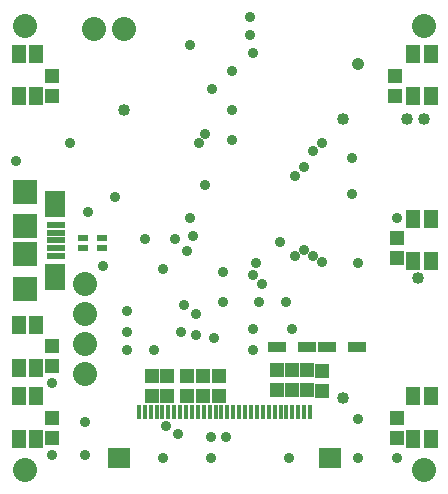
<source format=gbs>
G75*
%MOIN*%
%OFA0B0*%
%FSLAX25Y25*%
%IPPOS*%
%LPD*%
%AMOC8*
5,1,8,0,0,1.08239X$1,22.5*
%
%ADD10C,0.04143*%
%ADD11R,0.04931X0.04537*%
%ADD12R,0.04537X0.04931*%
%ADD13R,0.05915X0.03750*%
%ADD14R,0.01584X0.04931*%
%ADD15R,0.07293X0.06506*%
%ADD16R,0.04734X0.06112*%
%ADD17R,0.05915X0.02175*%
%ADD18R,0.06899X0.08868*%
%ADD19R,0.08080X0.08080*%
%ADD20R,0.03356X0.02372*%
%ADD21C,0.08000*%
%ADD22C,0.03500*%
%ADD23C,0.04000*%
D10*
X0125813Y0147850D03*
D11*
X0138384Y0143661D03*
X0138384Y0136968D03*
X0138884Y0089661D03*
X0138884Y0082968D03*
X0098884Y0045661D03*
X0098884Y0038968D03*
X0079719Y0036945D03*
X0074317Y0036931D03*
X0068999Y0036933D03*
X0068999Y0043626D03*
X0074317Y0043624D03*
X0079719Y0043637D03*
X0023884Y0046968D03*
X0023884Y0053661D03*
X0023884Y0029661D03*
X0023884Y0022968D03*
X0138884Y0022968D03*
X0138884Y0029661D03*
X0023884Y0136968D03*
X0023884Y0143661D03*
D12*
X0103884Y0045661D03*
X0108884Y0045661D03*
X0113825Y0045526D03*
X0113825Y0038833D03*
X0108884Y0038968D03*
X0103884Y0038968D03*
X0062170Y0037133D03*
X0057355Y0037133D03*
X0057355Y0043826D03*
X0062170Y0043826D03*
D13*
X0099050Y0053370D03*
X0109050Y0053370D03*
X0115550Y0053359D03*
X0125550Y0053359D03*
D14*
X0109928Y0031669D03*
X0107959Y0031669D03*
X0105991Y0031669D03*
X0104022Y0031669D03*
X0102054Y0031669D03*
X0100085Y0031669D03*
X0098117Y0031669D03*
X0096148Y0031669D03*
X0094180Y0031669D03*
X0092211Y0031669D03*
X0090243Y0031669D03*
X0088274Y0031669D03*
X0086306Y0031669D03*
X0084337Y0031669D03*
X0082369Y0031669D03*
X0080400Y0031669D03*
X0078432Y0031669D03*
X0076463Y0031669D03*
X0074495Y0031669D03*
X0072526Y0031669D03*
X0070558Y0031669D03*
X0068589Y0031669D03*
X0066621Y0031669D03*
X0064652Y0031669D03*
X0062684Y0031669D03*
X0060715Y0031669D03*
X0058747Y0031669D03*
X0056778Y0031669D03*
X0054810Y0031669D03*
X0052841Y0031669D03*
D15*
X0046345Y0016315D03*
X0116424Y0016315D03*
D16*
X0144400Y0022850D03*
X0150109Y0022850D03*
X0150109Y0037023D03*
X0144400Y0037023D03*
X0144400Y0081905D03*
X0150109Y0081905D03*
X0150109Y0096078D03*
X0144400Y0096078D03*
X0144400Y0137023D03*
X0150109Y0137023D03*
X0150109Y0151196D03*
X0144400Y0151196D03*
X0018644Y0151196D03*
X0012936Y0151196D03*
X0012936Y0137023D03*
X0018644Y0137023D03*
X0018644Y0060645D03*
X0012936Y0060645D03*
X0012936Y0046472D03*
X0018644Y0046472D03*
X0018644Y0037023D03*
X0012936Y0037023D03*
X0012936Y0022850D03*
X0018644Y0022850D03*
D17*
X0025321Y0083874D03*
X0025321Y0086433D03*
X0025321Y0088992D03*
X0025321Y0091551D03*
X0025321Y0094110D03*
D18*
X0024829Y0101196D03*
X0024829Y0076787D03*
D19*
X0014790Y0072850D03*
X0014790Y0084267D03*
X0014790Y0093716D03*
X0014790Y0105133D03*
D20*
X0034392Y0089598D03*
X0034392Y0086448D03*
X0040495Y0086448D03*
X0040495Y0089598D03*
D21*
X0014884Y0012315D03*
X0034884Y0044315D03*
X0034884Y0054315D03*
X0034884Y0064315D03*
X0034884Y0074315D03*
X0147884Y0012315D03*
X0047884Y0159315D03*
X0037884Y0159315D03*
X0014884Y0160315D03*
X0147884Y0160315D03*
D22*
X0090884Y0151315D03*
X0089884Y0157315D03*
X0089884Y0163315D03*
X0069884Y0153915D03*
X0083884Y0145315D03*
X0077284Y0139315D03*
X0083884Y0132315D03*
X0074884Y0124315D03*
X0072884Y0121315D03*
X0083884Y0122315D03*
X0074884Y0107315D03*
X0069884Y0096315D03*
X0070884Y0090315D03*
X0064884Y0089315D03*
X0068884Y0085315D03*
X0060884Y0079315D03*
X0054884Y0089315D03*
X0040884Y0080315D03*
X0048884Y0065315D03*
X0048884Y0058315D03*
X0048884Y0052315D03*
X0057884Y0052315D03*
X0066884Y0058315D03*
X0071884Y0057315D03*
X0077884Y0056315D03*
X0071884Y0064315D03*
X0067884Y0067315D03*
X0080884Y0068315D03*
X0092884Y0068315D03*
X0093884Y0074315D03*
X0090884Y0077315D03*
X0091884Y0081315D03*
X0099884Y0088315D03*
X0104884Y0083815D03*
X0107884Y0085815D03*
X0110884Y0083815D03*
X0113884Y0081815D03*
X0125884Y0081315D03*
X0138884Y0096315D03*
X0123884Y0104315D03*
X0107884Y0113315D03*
X0104884Y0110315D03*
X0110884Y0118815D03*
X0113884Y0121315D03*
X0123884Y0116315D03*
X0080884Y0078315D03*
X0101884Y0068315D03*
X0103884Y0059315D03*
X0090884Y0059315D03*
X0090884Y0052315D03*
X0125884Y0029315D03*
X0125884Y0016315D03*
X0138884Y0016315D03*
X0102884Y0016315D03*
X0081884Y0023315D03*
X0076884Y0023315D03*
X0076884Y0016315D03*
X0065884Y0024315D03*
X0061884Y0027115D03*
X0060884Y0016315D03*
X0034884Y0017315D03*
X0023884Y0017315D03*
X0034884Y0028315D03*
X0023884Y0041315D03*
X0035884Y0098315D03*
X0044884Y0103315D03*
X0029884Y0121315D03*
X0011884Y0115315D03*
D23*
X0047884Y0132315D03*
X0120884Y0129315D03*
X0142184Y0129315D03*
X0147884Y0129315D03*
X0145884Y0076315D03*
X0120884Y0036315D03*
M02*

</source>
